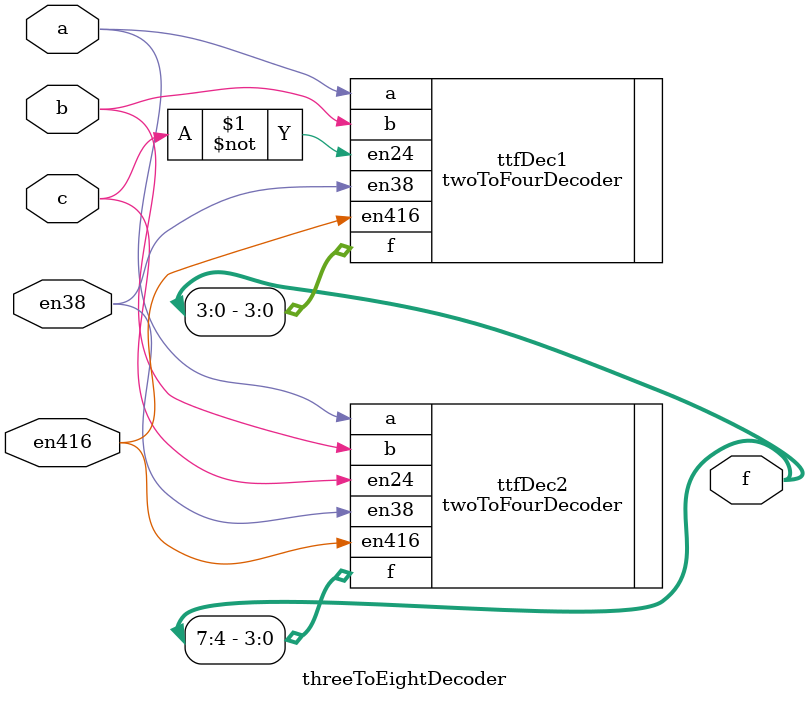
<source format=sv>
`timescale 1ns / 1ps


module threeToEightDecoder(
    input logic en416, en38, c, b, a,
    output logic [7:0] f
);
    // Code Here...
    twoToFourDecoder ttfDec1(.en416(en416), .en38(en38), .en24(~c), .b(b), .a(a), .f(f[3:0])); // if enable is off, then decoder for A0-A3 is declared 
    twoToFourDecoder ttfDec2(.en416(en416), .en38(en38), .en24(c), .b(b), .a(a), .f(f[7:4])); // if enable is on, then decoder for A4-A7 is declared



endmodule

</source>
